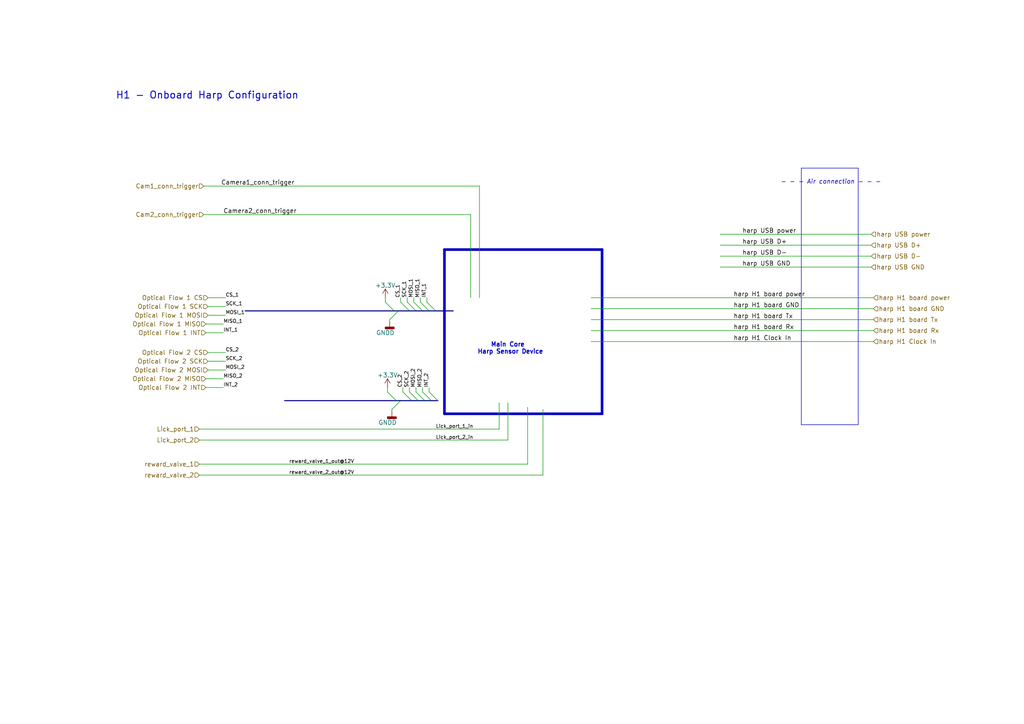
<source format=kicad_sch>
(kicad_sch (version 20211123) (generator eeschema)
  (paper "A4")
  (lib_symbols
    (symbol "power:+3.3V" (power) (pin_names (offset 0))
      (property "Value" "+3.3V" (at 0 3.556 0))
      (symbol "+3.3V_0_1"
        (polyline (pts (xy -0.762 1.27) (xy 0 2.54)))
        (polyline (pts (xy 0 0) (xy 0 2.54)))
        (polyline (pts (xy 0 2.54) (xy 0.762 1.27)))
      )
      (symbol "+3.3V_1_1"
        (pin power_in line (at 0 0 90) (length 0) hide (name "+3.3V") (number "1"))
      )
    )
    (symbol "power:GNDD" (power) (pin_names (offset 0))
      (property "Value" "GNDD" (at 0 -3.175 0))
      (symbol "GNDD_0_1"
        (rectangle (start -1.27 -1.524) (end 1.27 -2.032) (stroke (width 0.254)) (fill (type outline)))
        (polyline (pts (xy 0 0) (xy 0 -1.524)))
      )
      (symbol "GNDD_1_1"
        (pin power_in line (at 0 0 270) (length 0) hide (name "GNDD") (number "1"))
      )
    )
  )
  (bus_entry (at 124.46 90.17) (size -2.54 -2.54))
  (bus_entry (at 122.555 90.17) (size -2.54 -2.54))
  (bus_entry (at 114.935 116.205) (size -2.54 -2.54))
  (bus_entry (at 119.38 116.205) (size -2.54 -2.54))
  (bus_entry (at 121.285 116.205) (size -2.54 -2.54))
  (bus_entry (at 126.365 90.17) (size -2.54 -2.54))
  (bus_entry (at 125.095 116.205) (size -2.54 -2.54))
  (bus_entry (at 120.65 90.17) (size -2.54 -2.54))
  (bus_entry (at 116.205 116.205) (size -2.54 2.54))
  (bus_entry (at 114.3 90.17) (size -2.54 -2.54))
  (bus_entry (at 118.745 90.17) (size -2.54 -2.54))
  (bus_entry (at 127 116.205) (size -2.54 -2.54))
  (bus_entry (at 115.57 90.17) (size -2.54 2.54))
  (bus_entry (at 123.19 116.205) (size -2.54 -2.54))
  (bus (pts (xy 119.38 116.205) (xy 121.285 116.205)))
  (wire (pts (xy 59.055 62.23) (xy 136.525 62.23)))
  (wire (pts (xy 171.45 92.71) (xy 253.365 92.71)))
  (polyline (pts (xy 128.905 72.39) (xy 174.625 72.39)) (stroke (width 0.762) (type solid)))
  (wire (pts (xy 171.45 99.06) (xy 253.365 99.06)))
  (wire (pts (xy 118.745 112.395) (xy 118.745 113.665)))
  (polyline (pts (xy 128.905 72.39) (xy 128.905 120.015)) (stroke (width 0.762) (type solid)))
  (wire (pts (xy 144.78 116.84) (xy 144.78 124.46)))
  (wire (pts (xy 57.785 137.795) (xy 157.48 137.795)))
  (polyline (pts (xy 248.92 123.19) (xy 232.41 123.19)) (stroke (width 0) (type solid)))
  (wire (pts (xy 120.65 112.395) (xy 120.65 113.665)))
  (wire (pts (xy 112.395 112.395) (xy 112.395 113.665)))
  (wire (pts (xy 57.785 134.62) (xy 153.035 134.62)))
  (wire (pts (xy 157.48 118.745) (xy 157.48 137.795)))
  (wire (pts (xy 111.76 86.36) (xy 111.76 87.63)))
  (wire (pts (xy 122.555 112.395) (xy 122.555 113.665)))
  (wire (pts (xy 59.055 53.975) (xy 139.065 53.975)))
  (wire (pts (xy 153.035 118.11) (xy 153.035 134.62)))
  (bus (pts (xy 114.935 116.205) (xy 116.205 116.205)))
  (bus (pts (xy 121.285 116.205) (xy 123.19 116.205)))
  (wire (pts (xy 60.325 104.775) (xy 65.405 104.775)))
  (wire (pts (xy 116.84 112.395) (xy 116.84 113.665)))
  (wire (pts (xy 57.785 127.635) (xy 147.32 127.635)))
  (wire (pts (xy 59.69 93.98) (xy 64.77 93.98)))
  (bus (pts (xy 114.3 90.17) (xy 115.57 90.17)))
  (wire (pts (xy 208.915 74.295) (xy 252.73 74.295)))
  (polyline (pts (xy 232.41 123.19) (xy 232.41 48.768)) (stroke (width 0) (type solid)))
  (bus (pts (xy 71.12 90.17) (xy 114.3 90.17)))
  (wire (pts (xy 60.325 86.36) (xy 65.405 86.36)))
  (bus (pts (xy 120.65 90.17) (xy 122.555 90.17)))
  (wire (pts (xy 120.015 86.36) (xy 120.015 87.63)))
  (bus (pts (xy 126.365 90.17) (xy 131.445 90.17)))
  (bus (pts (xy 116.205 116.205) (xy 119.38 116.205)))
  (wire (pts (xy 136.525 62.23) (xy 136.525 86.36)))
  (wire (pts (xy 208.915 77.47) (xy 252.73 77.47)))
  (wire (pts (xy 116.205 86.36) (xy 116.205 87.63)))
  (wire (pts (xy 171.45 95.885) (xy 253.365 95.885)))
  (polyline (pts (xy 174.625 120.015) (xy 174.625 72.39)) (stroke (width 0.762) (type solid)))
  (bus (pts (xy 122.555 90.17) (xy 124.46 90.17)))
  (bus (pts (xy 82.55 116.205) (xy 114.935 116.205)))
  (wire (pts (xy 208.915 71.12) (xy 252.73 71.12)))
  (bus (pts (xy 125.095 116.205) (xy 127 116.205)))
  (wire (pts (xy 59.69 109.855) (xy 64.77 109.855)))
  (wire (pts (xy 121.92 86.36) (xy 121.92 87.63)))
  (bus (pts (xy 118.745 90.17) (xy 120.65 90.17)))
  (wire (pts (xy 57.785 124.46) (xy 144.78 124.46)))
  (wire (pts (xy 113.03 92.71) (xy 113.03 93.345)))
  (wire (pts (xy 60.325 91.44) (xy 65.405 91.44)))
  (wire (pts (xy 208.915 67.945) (xy 252.73 67.945)))
  (bus (pts (xy 115.57 90.17) (xy 118.745 90.17)))
  (wire (pts (xy 123.825 86.36) (xy 123.825 87.63)))
  (wire (pts (xy 113.665 118.745) (xy 113.665 119.38)))
  (polyline (pts (xy 128.905 120.015) (xy 174.625 120.015)) (stroke (width 0.762) (type solid)))
  (wire (pts (xy 147.32 116.84) (xy 147.32 127.635)))
  (wire (pts (xy 171.45 86.36) (xy 253.365 86.36)))
  (wire (pts (xy 60.325 107.315) (xy 65.405 107.315)))
  (bus (pts (xy 123.19 116.205) (xy 125.095 116.205)))
  (wire (pts (xy 60.325 88.9) (xy 65.405 88.9)))
  (wire (pts (xy 60.325 102.235) (xy 65.405 102.235)))
  (wire (pts (xy 139.065 53.975) (xy 139.065 86.36)))
  (wire (pts (xy 171.45 89.535) (xy 253.365 89.535)))
  (wire (pts (xy 59.69 96.52) (xy 64.77 96.52)))
  (wire (pts (xy 59.69 112.395) (xy 64.77 112.395)))
  (wire (pts (xy 124.46 112.395) (xy 124.46 113.665)))
  (bus (pts (xy 124.46 90.17) (xy 126.365 90.17)))
  (polyline (pts (xy 232.41 48.768) (xy 248.92 48.768)) (stroke (width 0) (type solid)))
  (wire (pts (xy 118.11 86.36) (xy 118.11 87.63)))
  (polyline (pts (xy 248.92 48.768) (xy 248.92 123.19)) (stroke (width 0) (type solid)))
  (text "- - - Air connection - - - " (at 256.54 53.594 180) (effects (font (size 1.27 1.27) italic) (justify right bottom)))
  (text "H1 - Onboard Harp Configuration" (at 33.528 28.956 0) (effects (font (size 2.032 2.032) (thickness 0.254) bold) (justify left bottom)))
  (text "    Main Core\nHarp Sensor Device" (at 138.43 102.87 0) (effects (font (size 1.27 1.27) bold) (justify left bottom)))
  (label "INT_1" (at 64.77 96.52 0) (effects (font (size 1.016 1.016))))
  (label "harp H1 board Rx" (at 212.725 95.885 0))
  (label "reward_valve_1_out@12V" (at 83.82 134.62 0) (effects (font (size 1.016 1.016))))
  (label "CS_2" (at 116.84 112.395 90) (effects (font (size 1.016 1.016))))
  (label "INT_1" (at 123.825 86.36 90) (effects (font (size 1.016 1.016))))
  (label "SCK_2" (at 118.745 112.395 90) (effects (font (size 1.016 1.016))))
  (label "MISO_2" (at 64.77 109.855 0) (effects (font (size 1.016 1.016))))
  (label "MOSI_1" (at 65.405 91.44 0) (effects (font (size 1.016 1.016))))
  (label "Camera2_conn_trigger" (at 64.77 62.23 0))
  (label "SCK_1" (at 118.11 86.36 90) (effects (font (size 1.016 1.016))))
  (label "MOSI_2" (at 65.405 107.315 0) (effects (font (size 1.016 1.016))))
  (label "harp USB GND" (at 215.265 77.47 0))
  (label "CS_1" (at 116.205 86.36 90) (effects (font (size 1.016 1.016))))
  (label "harp H1 board power" (at 212.725 86.36 0))
  (label "Lick_port_2_in" (at 126.365 127.635 0) (effects (font (size 1.016 1.016))))
  (label "MISO_1" (at 64.77 93.98 0) (effects (font (size 1.016 1.016))))
  (label "Camera1_conn_trigger" (at 64.135 53.975 0))
  (label "harp H1 board GND" (at 212.725 89.535 0))
  (label "MISO_2" (at 122.555 112.395 90) (effects (font (size 1.016 1.016))))
  (label "harp USB power" (at 215.265 67.945 0))
  (label "INT_2" (at 124.46 112.395 90) (effects (font (size 1.016 1.016))))
  (label "INT_2" (at 64.77 112.395 0) (effects (font (size 1.016 1.016))))
  (label "SCK_1" (at 65.405 88.9 0) (effects (font (size 1.016 1.016))))
  (label "CS_1" (at 65.405 86.36 0) (effects (font (size 1.016 1.016))))
  (label "reward_valve_2_out@12V" (at 83.82 137.795 0) (effects (font (size 1.016 1.016))))
  (label "SCK_2" (at 65.405 104.775 0) (effects (font (size 1.016 1.016))))
  (label "harp USB D+" (at 215.265 71.12 0))
  (label "MOSI_2" (at 120.65 112.395 90) (effects (font (size 1.016 1.016))))
  (label "harp H1 Clock In" (at 212.725 99.06 0))
  (label "harp USB D-" (at 215.265 74.295 0))
  (label "MISO_1" (at 121.92 86.36 90) (effects (font (size 1.016 1.016))))
  (label "harp H1 board Tx" (at 212.725 92.71 0))
  (label "CS_2" (at 65.405 102.235 0) (effects (font (size 1.016 1.016))))
  (label "Lick_port_1_in" (at 126.365 124.46 0) (effects (font (size 1.016 1.016))))
  (label "MOSI_1" (at 120.015 86.36 90) (effects (font (size 1.016 1.016))))
  (hierarchical_label "Optical Flow 2 INT" (shape input) (at 59.69 112.395 180))
  (hierarchical_label "harp H1 board Tx" (shape input) (at 253.365 92.71 0))
  (hierarchical_label "reward_valve_2" (shape input) (at 57.785 137.795 180))
  (hierarchical_label "harp USB GND" (shape input) (at 252.73 77.47 0))
  (hierarchical_label "harp USB D+" (shape input) (at 252.73 71.12 0))
  (hierarchical_label "harp USB power" (shape input) (at 252.73 67.945 0))
  (hierarchical_label "Optical Flow 1 MOSI" (shape input) (at 60.325 91.44 180))
  (hierarchical_label "harp H1 board power" (shape input) (at 253.365 86.36 0))
  (hierarchical_label "Optical Flow 1 INT" (shape input) (at 59.69 96.52 180))
  (hierarchical_label "Optical Flow 1 SCK" (shape input) (at 60.325 88.9 180))
  (hierarchical_label "harp H1 board GND" (shape input) (at 253.365 89.535 0))
  (hierarchical_label "Optical Flow 2 MISO" (shape input) (at 59.69 109.855 180))
  (hierarchical_label "Cam2_conn_trigger" (shape input) (at 59.055 62.23 180))
  (hierarchical_label "harp USB D-" (shape input) (at 252.73 74.295 0))
  (hierarchical_label "Cam1_conn_trigger" (shape input) (at 59.055 53.975 180))
  (hierarchical_label "Lick_port_1" (shape input) (at 57.785 124.46 180))
  (hierarchical_label "Optical Flow 1 MISO" (shape input) (at 59.69 93.98 180))
  (hierarchical_label "Lick_port_2" (shape input) (at 57.785 127.635 180))
  (hierarchical_label "Optical Flow 2 SCK" (shape input) (at 60.325 104.775 180))
  (hierarchical_label "Optical Flow 1 CS" (shape input) (at 60.325 86.36 180))
  (hierarchical_label "Optical Flow 2 CS" (shape input) (at 60.325 102.235 180))
  (hierarchical_label "harp H1 Clock In" (shape input) (at 253.365 99.06 0))
  (hierarchical_label "reward_valve_1" (shape input) (at 57.785 134.62 180))
  (hierarchical_label "Optical Flow 2 MOSI" (shape input) (at 60.325 107.315 180))
  (hierarchical_label "harp H1 board Rx" (shape input) (at 253.365 95.885 0))
  (symbol (lib_id "power:+3.3V") (at 112.395 112.395 0) (unit 1)
    (property "Reference" "#PWR0116" (effects hide))
    (property "Value" "+3.3V" (at 112.395 108.8192 0))
  )
  (symbol (lib_id "power:GNDD") (at 113.665 119.38 0) (mirror y) (unit 1)
    (property "Reference" "#PWR0115" (effects hide))
    (property "Value" "GNDD" (at 112.395 122.555 0))
  )
  (symbol (lib_id "power:+3.3V") (at 111.76 86.36 0) (unit 1)
    (property "Reference" "#PWR0118" (effects hide))
    (property "Value" "+3.3V" (at 111.76 82.7842 0))
  )
  (symbol (lib_id "power:GNDD") (at 113.03 93.345 0) (mirror y) (unit 1)
    (property "Reference" "#PWR0117" (effects hide))
    (property "Value" "GNDD" (at 111.76 96.52 0))
  )
)
</source>
